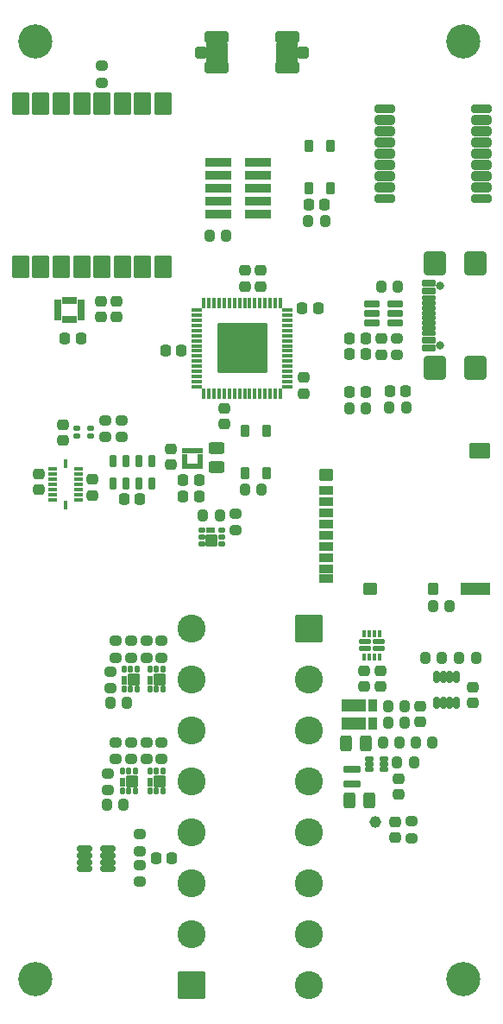
<source format=gbr>
%TF.GenerationSoftware,KiCad,Pcbnew,9.0.0*%
%TF.CreationDate,2025-06-07T14:48:47-05:00*%
%TF.ProjectId,flight-computer-one,666c6967-6874-42d6-936f-6d7075746572,rev?*%
%TF.SameCoordinates,Original*%
%TF.FileFunction,Soldermask,Top*%
%TF.FilePolarity,Negative*%
%FSLAX46Y46*%
G04 Gerber Fmt 4.6, Leading zero omitted, Abs format (unit mm)*
G04 Created by KiCad (PCBNEW 9.0.0) date 2025-06-07 14:48:47*
%MOMM*%
%LPD*%
G01*
G04 APERTURE LIST*
G04 Aperture macros list*
%AMRoundRect*
0 Rectangle with rounded corners*
0 $1 Rounding radius*
0 $2 $3 $4 $5 $6 $7 $8 $9 X,Y pos of 4 corners*
0 Add a 4 corners polygon primitive as box body*
4,1,4,$2,$3,$4,$5,$6,$7,$8,$9,$2,$3,0*
0 Add four circle primitives for the rounded corners*
1,1,$1+$1,$2,$3*
1,1,$1+$1,$4,$5*
1,1,$1+$1,$6,$7*
1,1,$1+$1,$8,$9*
0 Add four rect primitives between the rounded corners*
20,1,$1+$1,$2,$3,$4,$5,0*
20,1,$1+$1,$4,$5,$6,$7,0*
20,1,$1+$1,$6,$7,$8,$9,0*
20,1,$1+$1,$8,$9,$2,$3,0*%
G04 Aperture macros list end*
%ADD10RoundRect,0.076200X-1.200000X-0.370000X1.200000X-0.370000X1.200000X0.370000X-1.200000X0.370000X0*%
%ADD11RoundRect,0.288100X-0.313100X-0.288100X0.313100X-0.288100X0.313100X0.288100X-0.313100X0.288100X0*%
%ADD12RoundRect,0.286286X-0.889914X-0.314914X0.889914X-0.314914X0.889914X0.314914X-0.889914X0.314914X0*%
%ADD13RoundRect,0.088100X-0.425600X-0.088100X0.425600X-0.088100X0.425600X0.088100X-0.425600X0.088100X0*%
%ADD14RoundRect,0.088100X-0.088100X-0.425600X0.088100X-0.425600X0.088100X0.425600X-0.088100X0.425600X0*%
%ADD15RoundRect,0.076200X-2.350000X-2.350000X2.350000X-2.350000X2.350000X2.350000X-2.350000X2.350000X0*%
%ADD16RoundRect,0.238100X0.238100X0.313100X-0.238100X0.313100X-0.238100X-0.313100X0.238100X-0.313100X0*%
%ADD17RoundRect,0.213100X0.763100X0.213100X-0.763100X0.213100X-0.763100X-0.213100X0.763100X-0.213100X0*%
%ADD18RoundRect,0.238100X0.738100X0.238100X-0.738100X0.238100X-0.738100X-0.238100X0.738100X-0.238100X0*%
%ADD19RoundRect,0.263100X-0.288100X0.263100X-0.288100X-0.263100X0.288100X-0.263100X0.288100X0.263100X0*%
%ADD20RoundRect,0.238100X-0.238100X-0.313100X0.238100X-0.313100X0.238100X0.313100X-0.238100X0.313100X0*%
%ADD21RoundRect,0.238100X0.313100X-0.238100X0.313100X0.238100X-0.313100X0.238100X-0.313100X-0.238100X0*%
%ADD22RoundRect,0.263100X-0.263100X-0.288100X0.263100X-0.288100X0.263100X0.288100X-0.263100X0.288100X0*%
%ADD23RoundRect,0.238100X-0.313100X0.238100X-0.313100X-0.238100X0.313100X-0.238100X0.313100X0.238100X0*%
%ADD24C,3.352400*%
%ADD25RoundRect,0.076200X-0.325000X0.525000X-0.325000X-0.525000X0.325000X-0.525000X0.325000X0.525000X0*%
%ADD26RoundRect,0.075551X-0.150649X0.225649X-0.150649X-0.225649X0.150649X-0.225649X0.150649X0.225649X0*%
%ADD27RoundRect,0.075551X-0.150649X0.375649X-0.150649X-0.375649X0.150649X-0.375649X0.150649X0.375649X0*%
%ADD28RoundRect,0.058427X-0.492773X0.517773X-0.492773X-0.517773X0.492773X-0.517773X0.492773X0.517773X0*%
%ADD29RoundRect,0.256850X-0.294350X0.256850X-0.294350X-0.256850X0.294350X-0.256850X0.294350X0.256850X0*%
%ADD30RoundRect,0.076200X-1.143500X-0.505000X1.143500X-0.505000X1.143500X0.505000X-1.143500X0.505000X0*%
%ADD31RoundRect,0.076200X-0.381000X-0.505000X0.381000X-0.505000X0.381000X0.505000X-0.381000X0.505000X0*%
%ADD32RoundRect,0.263100X0.288100X-0.263100X0.288100X0.263100X-0.288100X0.263100X-0.288100X-0.263100X0*%
%ADD33RoundRect,0.175600X-0.700600X0.175600X-0.700600X-0.175600X0.700600X-0.175600X0.700600X0.175600X0*%
%ADD34C,0.802400*%
%ADD35RoundRect,0.188100X0.463100X-0.188100X0.463100X0.188100X-0.463100X0.188100X-0.463100X-0.188100X0*%
%ADD36RoundRect,0.113100X0.538100X-0.113100X0.538100X0.113100X-0.538100X0.113100X-0.538100X-0.113100X0*%
%ADD37RoundRect,0.269050X0.807150X-0.897150X0.807150X0.897150X-0.807150X0.897150X-0.807150X-0.897150X0*%
%ADD38RoundRect,0.076200X-0.750000X1.000000X-0.750000X-1.000000X0.750000X-1.000000X0.750000X1.000000X0*%
%ADD39RoundRect,0.263100X0.263100X0.288100X-0.263100X0.288100X-0.263100X-0.288100X0.263100X-0.288100X0*%
%ADD40RoundRect,0.288100X0.313100X0.288100X-0.313100X0.288100X-0.313100X-0.288100X0.313100X-0.288100X0*%
%ADD41RoundRect,0.286286X0.889914X0.314914X-0.889914X0.314914X-0.889914X-0.314914X0.889914X-0.314914X0*%
%ADD42RoundRect,0.125600X-0.288100X-0.125600X0.288100X-0.125600X0.288100X0.125600X-0.288100X0.125600X0*%
%ADD43RoundRect,0.256850X0.256850X0.294350X-0.256850X0.294350X-0.256850X-0.294350X0.256850X-0.294350X0*%
%ADD44RoundRect,0.076200X0.250000X0.150000X-0.250000X0.150000X-0.250000X-0.150000X0.250000X-0.150000X0*%
%ADD45RoundRect,0.163100X-0.575600X-0.163100X0.575600X-0.163100X0.575600X0.163100X-0.575600X0.163100X0*%
%ADD46RoundRect,0.288100X0.288100X0.513100X-0.288100X0.513100X-0.288100X-0.513100X0.288100X-0.513100X0*%
%ADD47RoundRect,0.076200X0.600000X-0.350000X0.600000X0.350000X-0.600000X0.350000X-0.600000X-0.350000X0*%
%ADD48RoundRect,0.076200X0.400000X-0.500000X0.400000X0.500000X-0.400000X0.500000X-0.400000X-0.500000X0*%
%ADD49RoundRect,0.076200X0.600000X-0.500000X0.600000X0.500000X-0.600000X0.500000X-0.600000X-0.500000X0*%
%ADD50RoundRect,0.076200X1.400000X-0.500000X1.400000X0.500000X-1.400000X0.500000X-1.400000X-0.500000X0*%
%ADD51RoundRect,0.076200X0.950000X-0.650000X0.950000X0.650000X-0.950000X0.650000X-0.950000X-0.650000X0*%
%ADD52RoundRect,0.076200X0.300000X-0.150000X0.300000X0.150000X-0.300000X0.150000X-0.300000X-0.150000X0*%
%ADD53RoundRect,0.076200X-0.150000X-0.300000X0.150000X-0.300000X0.150000X0.300000X-0.150000X0.300000X0*%
%ADD54RoundRect,0.288100X-0.288100X-0.513100X0.288100X-0.513100X0.288100X0.513100X-0.288100X0.513100X0*%
%ADD55RoundRect,0.075551X0.225649X0.150649X-0.225649X0.150649X-0.225649X-0.150649X0.225649X-0.150649X0*%
%ADD56RoundRect,0.075551X0.375649X0.150649X-0.375649X0.150649X-0.375649X-0.150649X0.375649X-0.150649X0*%
%ADD57RoundRect,0.058427X0.517773X0.492773X-0.517773X0.492773X-0.517773X-0.492773X0.517773X-0.492773X0*%
%ADD58RoundRect,0.076200X0.275000X-0.475000X0.275000X0.475000X-0.275000X0.475000X-0.275000X-0.475000X0*%
%ADD59RoundRect,0.150600X0.150600X-0.450600X0.150600X0.450600X-0.150600X0.450600X-0.150600X-0.450600X0*%
%ADD60RoundRect,0.288100X-0.513100X0.288100X-0.513100X-0.288100X0.513100X-0.288100X0.513100X0.288100X0*%
%ADD61RoundRect,0.138100X0.463100X0.138100X-0.463100X0.138100X-0.463100X-0.138100X0.463100X-0.138100X0*%
%ADD62RoundRect,0.088100X0.088100X0.288100X-0.088100X0.288100X-0.088100X-0.288100X0.088100X-0.288100X0*%
%ADD63RoundRect,0.188100X0.550600X0.188100X-0.550600X0.188100X-0.550600X-0.188100X0.550600X-0.188100X0*%
%ADD64RoundRect,0.076200X0.337800X-0.127000X0.337800X0.127000X-0.337800X0.127000X-0.337800X-0.127000X0*%
%ADD65RoundRect,0.076200X0.337800X-0.126996X0.337800X0.126996X-0.337800X0.126996X-0.337800X-0.126996X0*%
%ADD66RoundRect,0.076200X0.337800X-0.126999X0.337800X0.126999X-0.337800X0.126999X-0.337800X-0.126999X0*%
%ADD67RoundRect,0.076200X0.127000X0.335000X-0.127000X0.335000X-0.127000X-0.335000X0.127000X-0.335000X0*%
%ADD68RoundRect,0.256850X0.294350X-0.256850X0.294350X0.256850X-0.294350X0.256850X-0.294350X-0.256850X0*%
%ADD69C,1.152400*%
%ADD70RoundRect,0.076200X-0.175000X0.187500X-0.175000X-0.187500X0.175000X-0.187500X0.175000X0.187500X0*%
%ADD71RoundRect,0.076200X-0.187500X-0.175000X0.187500X-0.175000X0.187500X0.175000X-0.187500X0.175000X0*%
%ADD72RoundRect,0.264654X1.111546X-1.111546X1.111546X1.111546X-1.111546X1.111546X-1.111546X-1.111546X0*%
%ADD73C,2.752400*%
%ADD74RoundRect,0.264654X-1.111546X1.111546X-1.111546X-1.111546X1.111546X-1.111546X1.111546X1.111546X0*%
G04 APERTURE END LIST*
%TO.C,J6*%
G36*
X141935000Y-43360000D02*
G01*
X144025000Y-43360000D01*
X144025000Y-45240000D01*
X141935000Y-45240000D01*
X141935000Y-43360000D01*
G37*
%TO.C,J7*%
G36*
X150890000Y-45240000D02*
G01*
X148800000Y-45240000D01*
X148800000Y-43360000D01*
X150890000Y-43360000D01*
X150890000Y-45240000D01*
G37*
%TD*%
D10*
%TO.C,J4*%
X143100000Y-55080000D03*
X147000000Y-55080000D03*
X143100000Y-56350000D03*
X147000000Y-56350000D03*
X143100000Y-57620000D03*
X147000000Y-57620000D03*
X143100000Y-58890000D03*
X147000000Y-58890000D03*
X143100000Y-60160000D03*
X147000000Y-60160000D03*
%TD*%
D11*
%TO.C,J6*%
X141400000Y-44300000D03*
D12*
X142925000Y-42825000D03*
X142925000Y-45775000D03*
%TD*%
D13*
%TO.C,U1*%
X141037500Y-69562500D03*
X141037500Y-70062500D03*
X141037500Y-70562500D03*
X141037500Y-71062500D03*
X141037500Y-71562500D03*
X141037500Y-72062500D03*
X141037500Y-72562500D03*
X141037500Y-73062500D03*
X141037500Y-73562500D03*
X141037500Y-74062500D03*
X141037500Y-74562500D03*
X141037500Y-75062500D03*
X141037500Y-75562500D03*
X141037500Y-76062500D03*
X141037500Y-76562500D03*
X141037500Y-77062500D03*
D14*
X141700000Y-77725000D03*
X142200000Y-77725000D03*
X142700000Y-77725000D03*
X143200000Y-77725000D03*
X143700000Y-77725000D03*
X144200000Y-77725000D03*
X144700000Y-77725000D03*
X145200000Y-77725000D03*
X145700000Y-77725000D03*
X146200000Y-77725000D03*
X146700000Y-77725000D03*
X147200000Y-77725000D03*
X147700000Y-77725000D03*
X148200000Y-77725000D03*
X148700000Y-77725000D03*
X149200000Y-77725000D03*
D13*
X149862500Y-77062500D03*
X149862500Y-76562500D03*
X149862500Y-76062500D03*
X149862500Y-75562500D03*
X149862500Y-75062500D03*
X149862500Y-74562500D03*
X149862500Y-74062500D03*
X149862500Y-73562500D03*
X149862500Y-73062500D03*
X149862500Y-72562500D03*
X149862500Y-72062500D03*
X149862500Y-71562500D03*
X149862500Y-71062500D03*
X149862500Y-70562500D03*
X149862500Y-70062500D03*
X149862500Y-69562500D03*
D14*
X149200000Y-68900000D03*
X148700000Y-68900000D03*
X148200000Y-68900000D03*
X147700000Y-68900000D03*
X147200000Y-68900000D03*
X146700000Y-68900000D03*
X146200000Y-68900000D03*
X145700000Y-68900000D03*
X145200000Y-68900000D03*
X144700000Y-68900000D03*
X144200000Y-68900000D03*
X143700000Y-68900000D03*
X143200000Y-68900000D03*
X142700000Y-68900000D03*
X142200000Y-68900000D03*
X141700000Y-68900000D03*
D15*
X145450000Y-73312500D03*
%TD*%
D16*
%TO.C,R35*%
X143265000Y-89680000D03*
X141615000Y-89680000D03*
%TD*%
D17*
%TO.C,U13*%
X168950000Y-58600000D03*
D18*
X168950000Y-57500000D03*
X168950000Y-56400000D03*
X168950000Y-55300000D03*
X168950000Y-54200000D03*
X168950000Y-53100000D03*
X168950000Y-52000000D03*
X168950000Y-50900000D03*
D17*
X168950000Y-49800000D03*
X159450000Y-49800000D03*
D18*
X159450000Y-50900000D03*
X159450000Y-52000000D03*
X159450000Y-53100000D03*
X159450000Y-54200000D03*
X159450000Y-55300000D03*
X159450000Y-56400000D03*
X159450000Y-57500000D03*
D17*
X159450000Y-58600000D03*
%TD*%
D19*
%TO.C,C11*%
X147300000Y-65675000D03*
X147300000Y-67225000D03*
%TD*%
%TO.C,C19*%
X125527800Y-85615000D03*
X125527800Y-87165000D03*
%TD*%
D20*
%TO.C,R36*%
X166765000Y-103650000D03*
X168415000Y-103650000D03*
%TD*%
D21*
%TO.C,R32*%
X132500000Y-106650000D03*
X132500000Y-105000000D03*
%TD*%
D22*
%TO.C,C10*%
X151975000Y-59200000D03*
X153525000Y-59200000D03*
%TD*%
D23*
%TO.C,R4*%
X160625000Y-72312500D03*
X160625000Y-73962500D03*
%TD*%
D24*
%TO.C,H4*%
X167200000Y-135200000D03*
%TD*%
D22*
%TO.C,C14*%
X151350000Y-69350000D03*
X152900000Y-69350000D03*
%TD*%
D25*
%TO.C,SW2*%
X147855000Y-81435000D03*
X147855000Y-85585000D03*
X145705000Y-81435000D03*
X145705000Y-85560000D03*
%TD*%
D26*
%TO.C,Q3*%
X137700000Y-114800000D03*
X137050000Y-114800000D03*
X136400000Y-114800000D03*
X136400000Y-116750000D03*
X137050000Y-116750000D03*
X137700000Y-116750000D03*
D27*
X136400000Y-115870000D03*
D28*
X137375000Y-115775000D03*
%TD*%
D29*
%TO.C,FB1*%
X159100000Y-72350000D03*
X159100000Y-73925000D03*
%TD*%
D26*
%TO.C,Q2*%
X135150000Y-104800000D03*
X134500000Y-104800000D03*
X133850000Y-104800000D03*
X133850000Y-106750000D03*
X134500000Y-106750000D03*
X135150000Y-106750000D03*
D27*
X133850000Y-105870000D03*
D28*
X134825000Y-105775000D03*
%TD*%
D30*
%TO.C,R8*%
X156399500Y-108330000D03*
D31*
X158305500Y-108330000D03*
X158305500Y-110100000D03*
D30*
X156400000Y-110100000D03*
%TD*%
D32*
%TO.C,C22*%
X131570000Y-70225000D03*
X131570000Y-68675000D03*
%TD*%
D16*
%TO.C,R16*%
X165825000Y-98600000D03*
X164175000Y-98600000D03*
%TD*%
D33*
%TO.C,L1*%
X156200000Y-114575000D03*
X156200000Y-116025000D03*
%TD*%
D25*
%TO.C,SW1*%
X154150000Y-53445000D03*
X154150000Y-57595000D03*
X152000000Y-53445000D03*
X152000000Y-57570000D03*
%TD*%
D34*
%TO.C,J3*%
X164885000Y-72990000D03*
X164885000Y-67210000D03*
D35*
X163810000Y-73300000D03*
X163810000Y-72500000D03*
D36*
X163810000Y-71350000D03*
X163810000Y-70350000D03*
X163810000Y-69850000D03*
X163810000Y-68850000D03*
D35*
X163810000Y-67700000D03*
X163810000Y-66900000D03*
X163810000Y-66900000D03*
X163810000Y-67700000D03*
D36*
X163810000Y-68350000D03*
X163810000Y-69350000D03*
X163810000Y-70850000D03*
X163810000Y-71850000D03*
D35*
X163810000Y-72500000D03*
X163810000Y-73300000D03*
D37*
X164385000Y-75210000D03*
X168315000Y-75210000D03*
X164385000Y-64990000D03*
X168315000Y-64990000D03*
%TD*%
D26*
%TO.C,Q4*%
X135000000Y-114800000D03*
X134350000Y-114800000D03*
X133700000Y-114800000D03*
X133700000Y-116750000D03*
X134350000Y-116750000D03*
X135000000Y-116750000D03*
D27*
X133700000Y-115870000D03*
D28*
X134675000Y-115775000D03*
%TD*%
D23*
%TO.C,R23*%
X134550000Y-101980000D03*
X134550000Y-103630000D03*
%TD*%
D38*
%TO.C,U12*%
X137700000Y-49300000D03*
X135700000Y-49300000D03*
X133700000Y-49300000D03*
X131700000Y-49300000D03*
X129700000Y-49300000D03*
X127700000Y-49300000D03*
X125700000Y-49300000D03*
X123700000Y-49300000D03*
X123700000Y-65300000D03*
X125700000Y-65300000D03*
X127700000Y-65300000D03*
X129700000Y-65300000D03*
X131700000Y-65300000D03*
X133700000Y-65300000D03*
X135700000Y-65300000D03*
X137700000Y-65300000D03*
%TD*%
D16*
%TO.C,R31*%
X133825000Y-118100000D03*
X132175000Y-118100000D03*
%TD*%
D39*
%TO.C,C15*%
X139505000Y-73540000D03*
X137955000Y-73540000D03*
%TD*%
D40*
%TO.C,J7*%
X151425000Y-44300000D03*
D41*
X149900000Y-45775000D03*
X149900000Y-42825000D03*
%TD*%
D39*
%TO.C,C28*%
X138575000Y-123300000D03*
X137025000Y-123300000D03*
%TD*%
%TO.C,C17*%
X135445000Y-88130000D03*
X133895000Y-88130000D03*
%TD*%
D21*
%TO.C,R28*%
X133050000Y-103630000D03*
X133050000Y-101980000D03*
%TD*%
D42*
%TO.C,U4*%
X157975000Y-113600000D03*
X157975000Y-114100000D03*
X157975000Y-114600000D03*
X159400000Y-114600000D03*
X159400000Y-114100000D03*
X159400000Y-113600000D03*
%TD*%
D22*
%TO.C,C3*%
X156025000Y-73887500D03*
X157575000Y-73887500D03*
%TD*%
D32*
%TO.C,C5*%
X162900000Y-109975000D03*
X162900000Y-108425000D03*
%TD*%
%TO.C,C20*%
X133095000Y-70225000D03*
X133095000Y-68675000D03*
%TD*%
D24*
%TO.C,H1*%
X125200000Y-43200000D03*
%TD*%
D26*
%TO.C,Q1*%
X137700000Y-104800000D03*
X137050000Y-104800000D03*
X136400000Y-104800000D03*
X136400000Y-106750000D03*
X137050000Y-106750000D03*
X137700000Y-106750000D03*
D27*
X136400000Y-105870000D03*
D28*
X137375000Y-105775000D03*
%TD*%
D16*
%TO.C,R13*%
X160925000Y-112000000D03*
X159275000Y-112000000D03*
%TD*%
D19*
%TO.C,C16*%
X143700000Y-79200000D03*
X143700000Y-80750000D03*
%TD*%
D39*
%TO.C,C25*%
X141225000Y-87800000D03*
X139675000Y-87800000D03*
%TD*%
D21*
%TO.C,R29*%
X133050000Y-113600000D03*
X133050000Y-111950000D03*
%TD*%
D43*
%TO.C,D3*%
X157587500Y-77600000D03*
X156012500Y-77600000D03*
%TD*%
D16*
%TO.C,R6*%
X161537500Y-79137500D03*
X159887500Y-79137500D03*
%TD*%
D19*
%TO.C,R5*%
X157400000Y-104900000D03*
X157400000Y-106450000D03*
%TD*%
D44*
%TO.C,U10*%
X130592500Y-81950000D03*
X130592500Y-81150000D03*
X129192500Y-81150000D03*
X129192500Y-81950000D03*
%TD*%
D23*
%TO.C,R19*%
X131700000Y-45625000D03*
X131700000Y-47275000D03*
%TD*%
D22*
%TO.C,C26*%
X139675000Y-86250000D03*
X141225000Y-86250000D03*
%TD*%
D16*
%TO.C,R18*%
X157625000Y-79200000D03*
X155975000Y-79200000D03*
%TD*%
D32*
%TO.C,C7*%
X168075000Y-108075000D03*
X168075000Y-106525000D03*
%TD*%
D21*
%TO.C,R27*%
X136050000Y-113600000D03*
X136050000Y-111950000D03*
%TD*%
D16*
%TO.C,R30*%
X134175000Y-108105000D03*
X132525000Y-108105000D03*
%TD*%
D45*
%TO.C,U11*%
X130012500Y-122400000D03*
X130012500Y-123050000D03*
X130012500Y-123700000D03*
X130012500Y-124350000D03*
X132287500Y-124350000D03*
X132287500Y-123700000D03*
X132287500Y-123050000D03*
X132287500Y-122400000D03*
%TD*%
D19*
%TO.C,C27*%
X127892500Y-80775000D03*
X127892500Y-82325000D03*
%TD*%
D46*
%TO.C,C4*%
X157571500Y-112015000D03*
X155671500Y-112015000D03*
%TD*%
D47*
%TO.C,J5*%
X153710000Y-87255000D03*
X153710000Y-88355000D03*
X153710000Y-89455000D03*
X153710000Y-90555000D03*
X153710000Y-91655000D03*
X153710000Y-92755000D03*
X153710000Y-93855000D03*
X153710000Y-94955000D03*
X153710000Y-95905000D03*
D48*
X164210000Y-96855000D03*
D49*
X158010000Y-96855000D03*
D50*
X168360000Y-96855000D03*
D49*
X153710000Y-85705000D03*
D51*
X168810000Y-83355000D03*
%TD*%
D21*
%TO.C,R26*%
X136050000Y-103630000D03*
X136050000Y-101980000D03*
%TD*%
D39*
%TO.C,C21*%
X129620000Y-72350000D03*
X128070000Y-72350000D03*
%TD*%
D23*
%TO.C,R20*%
X135400000Y-120975000D03*
X135400000Y-122625000D03*
%TD*%
D52*
%TO.C,U9*%
X127370000Y-68800000D03*
X127370000Y-69300000D03*
X127370000Y-69800000D03*
X127370000Y-70300000D03*
D53*
X128020000Y-70450000D03*
X128520000Y-70450000D03*
X129020000Y-70450000D03*
D52*
X129670000Y-70300000D03*
X129670000Y-69800000D03*
X129670000Y-69300000D03*
X129670000Y-68800000D03*
D53*
X129020000Y-68650000D03*
X128520000Y-68650000D03*
X128020000Y-68650000D03*
%TD*%
D54*
%TO.C,C8*%
X156000000Y-117600000D03*
X157900000Y-117600000D03*
%TD*%
D20*
%TO.C,R37*%
X163425000Y-103680000D03*
X165075000Y-103680000D03*
%TD*%
D19*
%TO.C,C13*%
X151500000Y-76175000D03*
X151500000Y-77725000D03*
%TD*%
D24*
%TO.C,H3*%
X125200000Y-135200000D03*
%TD*%
D21*
%TO.C,R7*%
X162100000Y-121350000D03*
X162100000Y-119700000D03*
%TD*%
D55*
%TO.C,Q5*%
X143440000Y-92480000D03*
X143440000Y-91830000D03*
X143440000Y-91180000D03*
X141490000Y-91180000D03*
X141490000Y-91830000D03*
X141490000Y-92480000D03*
D56*
X142370000Y-91180000D03*
D57*
X142465000Y-92155000D03*
%TD*%
D16*
%TO.C,R3*%
X160750000Y-67287500D03*
X159100000Y-67287500D03*
%TD*%
D19*
%TO.C,C24*%
X138450000Y-83175000D03*
X138450000Y-84725000D03*
%TD*%
D24*
%TO.C,H2*%
X167200000Y-43200000D03*
%TD*%
D32*
%TO.C,C18*%
X130727800Y-87715000D03*
X130727800Y-86165000D03*
%TD*%
D22*
%TO.C,C2*%
X156025000Y-72337500D03*
X157575000Y-72337500D03*
%TD*%
D20*
%TO.C,R11*%
X159775000Y-108400000D03*
X161425000Y-108400000D03*
%TD*%
D58*
%TO.C,U7*%
X132817500Y-86532500D03*
X134067500Y-86532500D03*
X135317500Y-86532500D03*
X136567500Y-86532500D03*
X136567500Y-84382500D03*
X135317500Y-84382500D03*
X134067500Y-84382500D03*
X132817500Y-84382500D03*
%TD*%
D59*
%TO.C,U5*%
X164525000Y-108100000D03*
X165175000Y-108100000D03*
X165825000Y-108100000D03*
X166475000Y-108100000D03*
X166475000Y-105500000D03*
X165825000Y-105500000D03*
X165175000Y-105500000D03*
X164525000Y-105500000D03*
%TD*%
D23*
%TO.C,R22*%
X137550000Y-101980000D03*
X137550000Y-103630000D03*
%TD*%
%TO.C,R34*%
X144777500Y-89492500D03*
X144777500Y-91142500D03*
%TD*%
%TO.C,R2*%
X133600000Y-80375000D03*
X133600000Y-82025000D03*
%TD*%
D60*
%TO.C,C23*%
X142950000Y-83100000D03*
X142950000Y-85000000D03*
%TD*%
D16*
%TO.C,R17*%
X147385000Y-87200000D03*
X145735000Y-87200000D03*
%TD*%
%TO.C,R15*%
X153575000Y-60800000D03*
X151925000Y-60800000D03*
%TD*%
D61*
%TO.C,U3*%
X158850000Y-102775000D03*
X158850000Y-102075000D03*
D62*
X158925000Y-101275000D03*
X158425000Y-101275000D03*
X157925000Y-101275000D03*
X157425000Y-101275000D03*
D61*
X157500000Y-102075000D03*
X157500000Y-102775000D03*
D62*
X157425000Y-103575000D03*
X157925000Y-103575000D03*
X158425000Y-103575000D03*
X158925000Y-103575000D03*
%TD*%
D23*
%TO.C,R21*%
X135400000Y-123975000D03*
X135400000Y-125625000D03*
%TD*%
%TO.C,R25*%
X134550000Y-111950000D03*
X134550000Y-113600000D03*
%TD*%
D63*
%TO.C,U2*%
X160462500Y-70837500D03*
X160462500Y-69887500D03*
X160462500Y-68937500D03*
X158187500Y-68937500D03*
X158187500Y-69887500D03*
X158187500Y-70837500D03*
%TD*%
D23*
%TO.C,R24*%
X137550000Y-111950000D03*
X137550000Y-113600000D03*
%TD*%
D43*
%TO.C,D1*%
X161500000Y-77537500D03*
X159925000Y-77537500D03*
%TD*%
D23*
%TO.C,R1*%
X132000000Y-80375000D03*
X132000000Y-82025000D03*
%TD*%
D64*
%TO.C,U6*%
X126875600Y-88140000D03*
D65*
X126875600Y-87639997D03*
D66*
X126875600Y-87139998D03*
D64*
X126875600Y-86640000D03*
X126875600Y-86140001D03*
X126875600Y-85639999D03*
X126875600Y-85140000D03*
D67*
X128127800Y-84635000D03*
D64*
X129380000Y-85140000D03*
X129380000Y-85639999D03*
X129380000Y-86140001D03*
X129380000Y-86640000D03*
X129380000Y-87139999D03*
D66*
X129380000Y-87640000D03*
D64*
X129380000Y-88140000D03*
D67*
X128127800Y-88645000D03*
%TD*%
D68*
%TO.C,D2*%
X160500000Y-121297500D03*
X160500000Y-119722500D03*
%TD*%
D19*
%TO.C,C6*%
X160800000Y-115525000D03*
X160800000Y-117075000D03*
%TD*%
D20*
%TO.C,R10*%
X159775000Y-110000000D03*
X161425000Y-110000000D03*
%TD*%
D32*
%TO.C,C12*%
X145750000Y-67232500D03*
X145750000Y-65682500D03*
%TD*%
D69*
%TO.C,TP1*%
X158500000Y-119750000D03*
%TD*%
D20*
%TO.C,R12*%
X162475000Y-112000000D03*
X164125000Y-112000000D03*
%TD*%
D16*
%TO.C,R9*%
X162312500Y-113912500D03*
X160662500Y-113912500D03*
%TD*%
D70*
%TO.C,U8*%
X141300000Y-83387500D03*
X140800000Y-83387500D03*
X140300000Y-83387500D03*
X139800000Y-83387500D03*
D71*
X139787500Y-83900000D03*
X139787500Y-84400000D03*
D70*
X139800000Y-84912500D03*
X140300000Y-84912500D03*
X140800000Y-84912500D03*
X141300000Y-84912500D03*
D71*
X141312500Y-84400000D03*
X141312500Y-83900000D03*
%TD*%
D16*
%TO.C,R14*%
X143900000Y-62270000D03*
X142250000Y-62270000D03*
%TD*%
D21*
%TO.C,R33*%
X132250000Y-116625000D03*
X132250000Y-114975000D03*
%TD*%
D19*
%TO.C,C1*%
X159000000Y-104900000D03*
X159000000Y-106450000D03*
%TD*%
D72*
%TO.C,J2*%
X140500000Y-135800000D03*
D73*
X140500000Y-130800000D03*
X140500000Y-125800000D03*
X140500000Y-120800000D03*
X140500000Y-115800000D03*
X140500000Y-110800000D03*
X140500000Y-105800000D03*
X140500000Y-100800000D03*
%TD*%
D74*
%TO.C,J1*%
X152000000Y-100800000D03*
D73*
X152000000Y-105800000D03*
X152000000Y-110800000D03*
X152000000Y-115800000D03*
X152000000Y-120800000D03*
X152000000Y-125800000D03*
X152000000Y-130800000D03*
X152000000Y-135800000D03*
%TD*%
M02*

</source>
